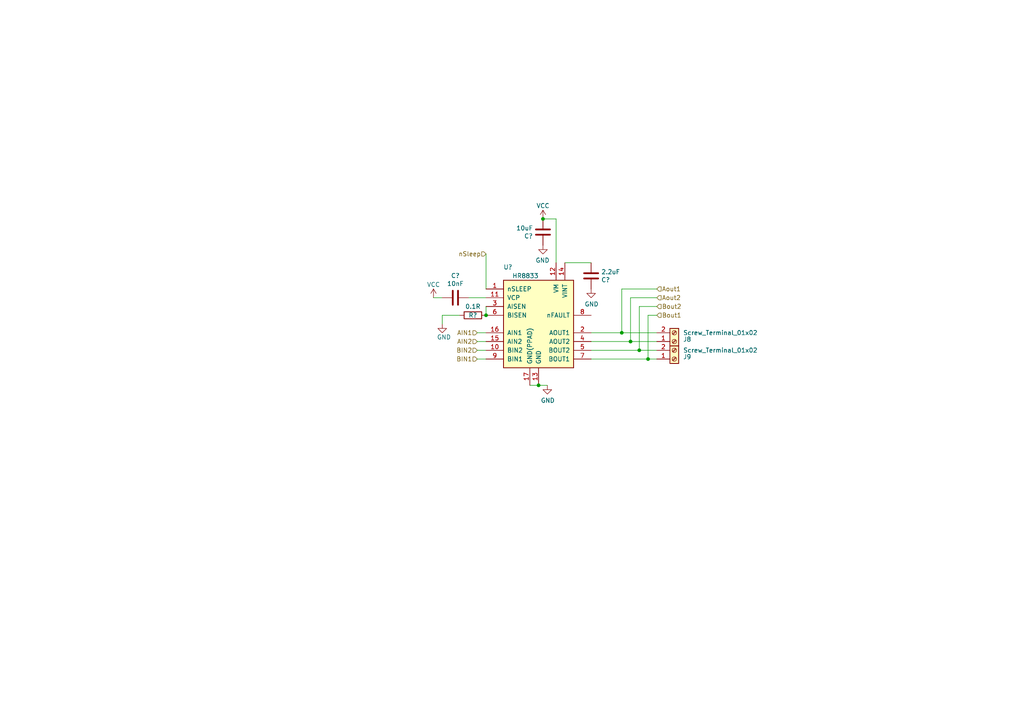
<source format=kicad_sch>
(kicad_sch (version 20230121) (generator eeschema)
  (paper "A4")
  (lib_symbols
    (symbol "AlfredoSymbols:HR8833" (pin_names (offset 1.016))
      (property "Reference" "U1" (at -8.89 16.51 0))
      (property "Value" "HR8833" (at -3.81 13.97 0))
      (symbol "HR8833_0_1"
        (rectangle (start -10.16 12.7) (end 10.16 -12.7) (stroke (width 0.254)) (fill (type background)))
      )
      (symbol "HR8833_1_1"
        (pin input line (at -15.24 10.16 0) (length 5.08) (name "nSLEEP") (number "1"))
        (pin input line (at -15.24 -7.62 0) (length 5.08) (name "BIN2") (number "10"))
        (pin bidirectional line (at -15.24 7.62 0) (length 5.08) (name "VCP") (number "11"))
        (pin power_in line (at 5.08 17.78 270) (length 5.08) (name "VM") (number "12"))
        (pin power_in line (at 0 -17.78 90) (length 5.08) (name "GND") (number "13"))
        (pin power_in line (at 7.62 17.78 270) (length 5.08) (name "VINT") (number "14"))
        (pin input line (at -15.24 -5.08 0) (length 5.08) (name "AIN2") (number "15"))
        (pin input line (at -15.24 -2.54 0) (length 5.08) (name "AIN1") (number "16"))
        (pin power_in line (at -2.54 -17.78 90) (length 5.08) (name "GND(PPAD)") (number "17"))
        (pin power_out line (at 15.24 -2.54 180) (length 5.08) (name "AOUT1") (number "2"))
        (pin bidirectional line (at -15.24 5.08 0) (length 5.08) (name "AISEN") (number "3"))
        (pin power_out line (at 15.24 -5.08 180) (length 5.08) (name "AOUT2") (number "4"))
        (pin power_out line (at 15.24 -7.62 180) (length 5.08) (name "BOUT2") (number "5"))
        (pin bidirectional line (at -15.24 2.54 0) (length 5.08) (name "BISEN") (number "6"))
        (pin power_out line (at 15.24 -10.16 180) (length 5.08) (name "BOUT1") (number "7"))
        (pin open_collector line (at 15.24 2.54 180) (length 5.08) (name "nFAULT") (number "8"))
        (pin input line (at -15.24 -10.16 0) (length 5.08) (name "BIN1") (number "9"))
      )
    )
    (symbol "Connector:Screw_Terminal_01x02" (pin_names (offset 1.016) hide)
      (property "Reference" "J" (at 0 2.54 0))
      (property "Value" "Screw_Terminal_01x02" (at 0 -5.08 0))
      (symbol "Screw_Terminal_01x02_1_1"
        (rectangle (start -1.27 1.27) (end 1.27 -3.81) (stroke (width 0.254)) (fill (type background)))
        (circle (center 0 -2.54) (radius 0.635) (stroke (width 0.1524)))
        (polyline (pts (xy -0.5334 -2.2098) (xy 0.3302 -3.048)) (stroke (width 0.1524)))
        (polyline (pts (xy -0.5334 0.3302) (xy 0.3302 -0.508)) (stroke (width 0.1524)))
        (polyline (pts (xy -0.3556 -2.032) (xy 0.508 -2.8702)) (stroke (width 0.1524)))
        (polyline (pts (xy -0.3556 0.508) (xy 0.508 -0.3302)) (stroke (width 0.1524)))
        (circle (center 0 0) (radius 0.635) (stroke (width 0.1524)))
        (pin passive line (at -5.08 0 0) (length 3.81) (name "Pin_1") (number "1"))
        (pin passive line (at -5.08 -2.54 0) (length 3.81) (name "Pin_2") (number "2"))
      )
    )
    (symbol "Device:C" (pin_numbers hide) (pin_names (offset 0.254))
      (property "Reference" "C" (at 0.635 2.54 0))
      (property "Value" "C" (at 0.635 -2.54 0))
      (symbol "C_0_1"
        (polyline (pts (xy -2.032 -0.762) (xy 2.032 -0.762)) (stroke (width 0.508)))
        (polyline (pts (xy -2.032 0.762) (xy 2.032 0.762)) (stroke (width 0.508)))
      )
      (symbol "C_1_1"
        (pin passive line (at 0 3.81 270) (length 2.794) (name "~") (number "1"))
        (pin passive line (at 0 -3.81 90) (length 2.794) (name "~") (number "2"))
      )
    )
    (symbol "Device:R" (pin_numbers hide) (pin_names (offset 0))
      (property "Reference" "R" (at 2.032 0 90))
      (property "Value" "R" (at 0 0 90))
      (symbol "R_0_1"
        (rectangle (start -1.016 -2.54) (end 1.016 2.54) (stroke (width 0.254)))
      )
      (symbol "R_1_1"
        (pin passive line (at 0 3.81 270) (length 1.27) (name "~") (number "1"))
        (pin passive line (at 0 -3.81 90) (length 1.27) (name "~") (number "2"))
      )
    )
    (symbol "power:GND" (power) (pin_names (offset 0))
      (property "Value" "GND" (at 0 -3.81 0))
      (symbol "GND_0_1"
        (polyline (pts (xy 0 0) (xy 0 -1.27) (xy 1.27 -1.27) (xy 0 -2.54) (xy -1.27 -1.27) (xy 0 -1.27)))
      )
      (symbol "GND_1_1"
        (pin power_in line (at 0 0 270) (length 0) hide (name "GND") (number "1"))
      )
    )
    (symbol "power:VCC" (power) (pin_names (offset 0))
      (property "Value" "VCC" (at 0 3.81 0))
      (symbol "VCC_0_1"
        (polyline (pts (xy -0.762 1.27) (xy 0 2.54)))
        (polyline (pts (xy 0 0) (xy 0 2.54)))
        (polyline (pts (xy 0 2.54) (xy 0.762 1.27)))
      )
      (symbol "VCC_1_1"
        (pin power_in line (at 0 0 90) (length 0) hide (name "VCC") (number "1"))
      )
    )
  )
  (junction (at 182.88 99.06))
  (junction (at 157.48 63.5))
  (junction (at 140.97 91.44))
  (junction (at 156.21 111.76))
  (junction (at 180.34 96.52))
  (junction (at 185.42 101.6))
  (junction (at 187.96 104.14))
  (wire (pts (xy 158.75 111.76) (xy 156.21 111.76)))
  (wire (pts (xy 138.43 101.6) (xy 140.97 101.6)))
  (wire (pts (xy 190.5 83.82) (xy 180.34 83.82)))
  (wire (pts (xy 187.96 91.44) (xy 187.96 104.14)))
  (wire (pts (xy 190.5 101.6) (xy 185.42 101.6)))
  (wire (pts (xy 171.45 99.06) (xy 182.88 99.06)))
  (wire (pts (xy 128.27 93.98) (xy 128.27 91.44)))
  (wire (pts (xy 190.5 104.14) (xy 187.96 104.14)))
  (wire (pts (xy 182.88 86.36) (xy 182.88 99.06)))
  (wire (pts (xy 180.34 83.82) (xy 180.34 96.52)))
  (wire (pts (xy 140.97 86.36) (xy 135.89 86.36)))
  (wire (pts (xy 138.43 99.06) (xy 140.97 99.06)))
  (wire (pts (xy 128.27 91.44) (xy 133.35 91.44)))
  (wire (pts (xy 180.34 96.52) (xy 190.5 96.52)))
  (wire (pts (xy 161.29 63.5) (xy 161.29 76.2)))
  (wire (pts (xy 140.97 88.9) (xy 140.97 91.44)))
  (wire (pts (xy 185.42 101.6) (xy 171.45 101.6)))
  (wire (pts (xy 163.83 76.2) (xy 171.45 76.2)))
  (wire (pts (xy 138.43 96.52) (xy 140.97 96.52)))
  (wire (pts (xy 157.48 63.5) (xy 161.29 63.5)))
  (wire (pts (xy 125.73 86.36) (xy 128.27 86.36)))
  (wire (pts (xy 138.43 104.14) (xy 140.97 104.14)))
  (wire (pts (xy 153.67 111.76) (xy 156.21 111.76)))
  (wire (pts (xy 187.96 104.14) (xy 171.45 104.14)))
  (wire (pts (xy 190.5 88.9) (xy 185.42 88.9)))
  (wire (pts (xy 190.5 91.44) (xy 187.96 91.44)))
  (wire (pts (xy 171.45 96.52) (xy 180.34 96.52)))
  (wire (pts (xy 190.5 86.36) (xy 182.88 86.36)))
  (wire (pts (xy 182.88 99.06) (xy 190.5 99.06)))
  (wire (pts (xy 185.42 88.9) (xy 185.42 101.6)))
  (wire (pts (xy 140.97 73.66) (xy 140.97 83.82)))
  (hierarchical_label "Aout2" (shape input) (at 190.5 86.36 0))
  (hierarchical_label "Aout1" (shape input) (at 190.5 83.82 0))
  (hierarchical_label "BIN1" (shape input) (at 138.43 104.14 180))
  (hierarchical_label "BIN2" (shape input) (at 138.43 101.6 180))
  (hierarchical_label "Bout1" (shape input) (at 190.5 91.44 0))
  (hierarchical_label "Bout2" (shape input) (at 190.5 88.9 0))
  (hierarchical_label "nSleep" (shape input) (at 140.97 73.66 180))
  (hierarchical_label "AIN2" (shape input) (at 138.43 99.06 180))
  (hierarchical_label "AIN1" (shape input) (at 138.43 96.52 180))
  (symbol (lib_id "power:GND") (at 128.27 93.98 0) (unit 1)
    (property "Reference" "#PWR?" (effects hide))
    (property "Value" "GND" (at 130.81 97.79 0) (effects (justify right)))
    (instances (project "NoU3" (path "" (reference "#PWR?") (unit 1)) (path "" (reference "#PWR023") (unit 1)) (path "" (reference "#PWR030") (unit 1)) (path "" (reference "#PWR08") (unit 1)) (path "" (reference "#PWR016") (unit 1))))
  )
  (symbol (lib_id "Connector:Screw_Terminal_01x02") (at 195.58 104.14 0) (mirror x) (unit 1)
    (property "Reference" "J9" (at 198.12 103.505 0) (effects (justify left)))
    (property "Value" "Screw_Terminal_01x02" (at 198.12 101.6 0) (effects (justify left)))
    (property "Footprint" "AlfredoFootprints:TerminalBlock_Ningbo_2P_5mm" (effects hide))
    (property "Datasheet" "https://www.lcsc.com/product-detail/Screw-terminal_Ningbo-Xinlaiya-Elec.-Ningbo-Xinlaiya-Elec.-XY126V-5.0-2P_C557646.html" (effects hide))
    (property "LCSC" "C557646" (effects hide))
    (instances (project "NoU3" (path "" (reference "J9") (unit 1)) (path "" (reference "J12") (unit 1)) (path "" (reference "J3") (unit 1)) (path "" (reference "J6") (unit 1)) (path "" (reference "J3") (unit 1))))
  )
  (symbol (lib_id "Connector:Screw_Terminal_01x02") (at 195.58 99.06 0) (mirror x) (unit 1)
    (property "Reference" "J8" (at 198.12 98.425 0) (effects (justify left)))
    (property "Value" "Screw_Terminal_01x02" (at 198.12 96.52 0) (effects (justify left)))
    (property "Footprint" "AlfredoFootprints:TerminalBlock_Ningbo_2P_5mm" (effects hide))
    (property "Datasheet" "https://www.lcsc.com/product-detail/Screw-terminal_Ningbo-Xinlaiya-Elec.-Ningbo-Xinlaiya-Elec.-XY126V-5.0-2P_C557646.html" (effects hide))
    (property "LCSC" "C557646" (effects hide))
    (instances (project "NoU3" (path "" (reference "J8") (unit 1)) (path "" (reference "J11") (unit 1)) (path "" (reference "J2") (unit 1)) (path "" (reference "J5") (unit 1)) (path "" (reference "J2") (unit 1))))
  )
  (symbol (lib_id "Device:C") (at 157.48 67.31 0) (unit 1)
    (property "Reference" "C?" (at 154.5844 68.4784 0) (effects (justify right)))
    (property "Value" "10uF" (at 154.5844 66.167 0) (effects (justify right)))
    (property "Footprint" "Capacitor_SMD:C_0805_2012Metric" (effects hide))
    (property "Datasheet" "https://lcsc.com/product-detail/Multilayer-Ceramic-Capacitors-MLCC-SMD-SMT_Samsung-Electro-Mechanics-CL21A106KAYNNNE_C15850.html" (effects hide))
    (property "LCSC" "C15850" (effects hide))
    (instances (project "NoU3" (path "" (reference "C?") (unit 1)) (path "" (reference "C8") (unit 1)) (path "" (reference "C11") (unit 1)) (path "" (reference "C2") (unit 1)) (path "" (reference "C5") (unit 1))))
  )
  (symbol (lib_id "power:VCC") (at 125.73 86.36 0) (unit 1)
    (property "Reference" "#PWR?" (effects hide))
    (property "Value" "VCC" (at 125.73 82.55 0))
    (instances (project "NoU3" (path "" (reference "#PWR?") (unit 1)) (path "" (reference "#PWR021") (unit 1)) (path "" (reference "#PWR028") (unit 1)) (path "" (reference "#PWR014") (unit 1)) (path "" (reference "#PWR09") (unit 1))))
  )
  (symbol (lib_id "AlfredoSymbols:HR8833") (at 156.21 93.98 0) (unit 1)
    (property "Reference" "U?" (at 147.32 77.47 0))
    (property "Value" "HR8833" (at 152.4 80.01 0))
    (property "Footprint" "AlfredoFootprints:HR8833" (effects hide))
    (property "Datasheet" "https://jlcpcb.com/partdetail/Jiaxing_Heroic_ElecTech-HR8833/C130792" (effects hide))
    (property "LCSC" "C128666" (effects hide))
    (instances (project "NoU3" (path "" (reference "U?") (unit 1)) (path "" (reference "U5") (unit 1)) (path "" (reference "U6") (unit 1)) (path "" (reference "U1") (unit 1)) (path "" (reference "U4") (unit 1))))
  )
  (symbol (lib_id "power:VCC") (at 157.48 63.5 0) (unit 1)
    (property "Reference" "#PWR?" (effects hide))
    (property "Value" "VCC" (at 157.48 59.69 0))
    (instances (project "NoU3" (path "" (reference "#PWR?") (unit 1)) (path "" (reference "#PWR025") (unit 1)) (path "" (reference "#PWR032") (unit 1)) (path "" (reference "#PWR011") (unit 1)) (path "" (reference "#PWR018") (unit 1))))
  )
  (symbol (lib_id "Device:C") (at 132.08 86.36 90) (unit 1)
    (property "Reference" "C?" (at 132.08 79.9592 90))
    (property "Value" "10nF" (at 132.08 82.2706 90))
    (property "Footprint" "Capacitor_SMD:C_0402_1005Metric" (effects hide))
    (property "Datasheet" "https://www.lcsc.com/product-detail/Multilayer-Ceramic-Capacitors-MLCC---SMD-SMT_Samsung-Electro-Mechanics-Samsung-Electro-Mechanics-CL05B103KB5NNNC_C15195.html" (effects hide))
    (property "LCSC" "C15195" (effects hide))
    (instances (project "NoU3" (path "" (reference "C?") (unit 1)) (path "" (reference "C9") (unit 1)) (path "" (reference "C12") (unit 1)) (path "" (reference "C3") (unit 1)) (path "" (reference "C6") (unit 1))))
  )
  (symbol (lib_id "power:GND") (at 158.75 111.76 0) (unit 1)
    (property "Reference" "#PWR?" (effects hide))
    (property "Value" "GND" (at 158.877 116.1542 0))
    (instances (project "NoU3" (path "" (reference "#PWR?") (unit 1)) (path "" (reference "#PWR026") (unit 1)) (path "" (reference "#PWR033") (unit 1)) (path "" (reference "#PWR010") (unit 1)) (path "" (reference "#PWR019") (unit 1))))
  )
  (symbol (lib_id "power:GND") (at 171.45 83.82 0) (unit 1)
    (property "Reference" "#PWR?" (effects hide))
    (property "Value" "GND" (at 171.577 88.2142 0))
    (instances (project "NoU3" (path "" (reference "#PWR?") (unit 1)) (path "" (reference "#PWR027") (unit 1)) (path "" (reference "#PWR034") (unit 1)) (path "" (reference "#PWR012") (unit 1)) (path "" (reference "#PWR020") (unit 1))))
  )
  (symbol (lib_id "power:GND") (at 157.48 71.12 0) (mirror y) (unit 1)
    (property "Reference" "#PWR?" (effects hide))
    (property "Value" "GND" (at 157.353 75.5142 0))
    (instances (project "NoU3" (path "" (reference "#PWR?") (unit 1)) (path "" (reference "#PWR022") (unit 1)) (path "" (reference "#PWR029") (unit 1)) (path "" (reference "#PWR06") (unit 1)) (path "" (reference "#PWR015") (unit 1))))
  )
  (symbol (lib_id "Device:R") (at 137.16 91.44 90) (unit 1)
    (property "Reference" "R?" (at 137.16 91.44 90))
    (property "Value" "0.1R" (at 137.16 88.9 90))
    (property "Footprint" "Resistor_SMD:R_0402_1005Metric" (effects hide))
    (property "Datasheet" "https://jlcpcb.com/partdetail/260035-0402WGF100LTCE/C270655" (effects hide))
    (property "LCSC" "C270655" (effects hide))
    (instances (project "NoU3" (path "" (reference "R?") (unit 1)) (path "" (reference "R6") (unit 1)) (path "" (reference "R8") (unit 1)) (path "" (reference "R1") (unit 1)) (path "" (reference "R3") (unit 1))))
  )
  (symbol (lib_id "Device:C") (at 171.45 80.01 0) (mirror y) (unit 1)
    (property "Reference" "C?" (at 174.371 81.1784 0) (effects (justify right)))
    (property "Value" "2.2uF" (at 174.371 78.867 0) (effects (justify right)))
    (property "Footprint" "Capacitor_SMD:C_0402_1005Metric" (effects hide))
    (property "Datasheet" "https://lcsc.com/product-detail/Multilayer-Ceramic-Capacitors-MLCC---SMD-SMT_Samsung-Electro-Mechanics-Samsung-Electro-Mechanics-CL05A225MQ5NSNC_C12530.html" (effects hide))
    (property "LCSC" "C12530" (effects hide))
    (instances (project "NoU3" (path "" (reference "C?") (unit 1)) (path "" (reference "C10") (unit 1)) (path "" (reference "C13") (unit 1)) (path "" (reference "C4") (unit 1)) (path "" (reference "C7") (unit 1))))
  )
)
</source>
